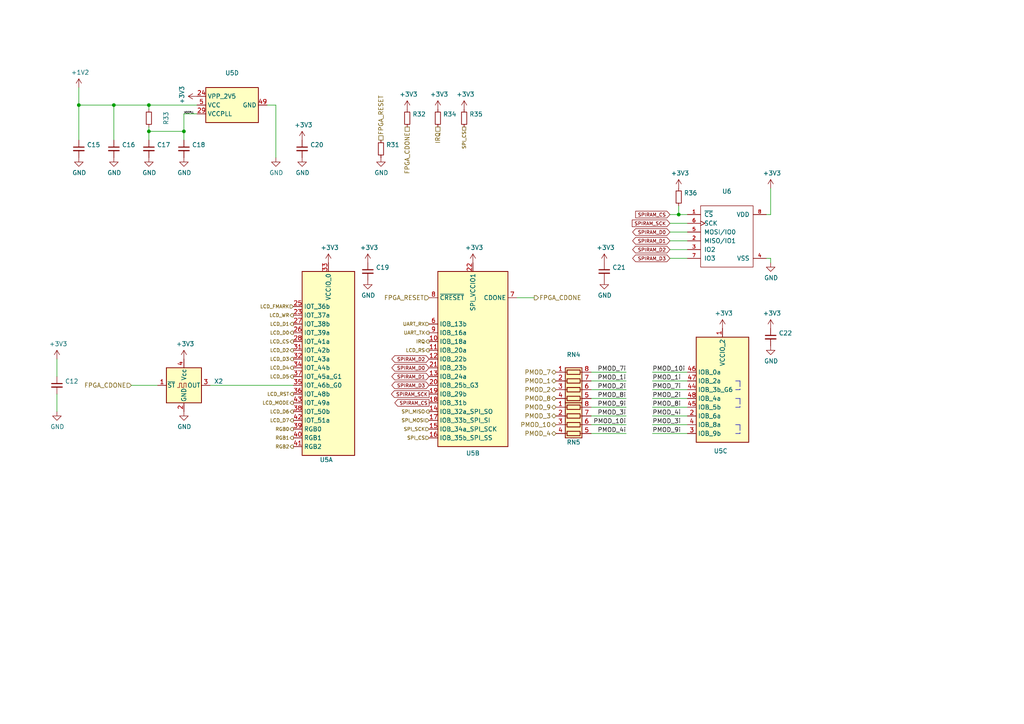
<source format=kicad_sch>
(kicad_sch (version 20211123) (generator eeschema)
  (paper "A4")
  (title_block (title "MCH2022 badge - ICE40 FPGA") (date "2022-03-11") (rev "4") (company "BADGE.TEAM"))
  (lib_symbols
    (symbol "Oscillator:SG-210STF" (pin_names (offset 0.254))
      (property "Reference" "X" (at -5.08 6.35 0))
      (property "Value" "SG-210STF" (at 1.27 -6.35 0))
      (symbol "SG-210STF_0_1"
        (rectangle (start -5.08 5.08) (end 5.08 -5.08) (stroke (width 0.254)) (fill (type background)))
        (polyline (pts (xy -1.905 -0.635) (xy -1.27 -0.635) (xy -1.27 0.635) (xy -0.635 0.635) (xy -0.635 -0.635) (xy 0 -0.635) (xy 0 0.635) (xy 0.635 0.635) (xy 0.635 -0.635)))
      )
      (symbol "SG-210STF_1_1"
        (pin input line (at -7.62 0 0) (length 2.54) (name "~{ST}") (number "1"))
        (pin power_in line (at 0 -7.62 90) (length 2.54) (name "GND") (number "2"))
        (pin output line (at 7.62 0 180) (length 2.54) (name "OUT") (number "3"))
        (pin power_in line (at 0 7.62 270) (length 2.54) (name "Vcc") (number "4"))
      )
    )
    (symbol "mch2021-rescue:+1V2-power" (power) (pin_names (offset 0))
      (property "Value" "+1V2-power" (at 0 3.556 0))
      (symbol "+1V2-power_0_1"
        (polyline (pts (xy -0.762 1.27) (xy 0 2.54)))
        (polyline (pts (xy 0 0) (xy 0 2.54)))
        (polyline (pts (xy 0 2.54) (xy 0.762 1.27)))
      )
      (symbol "+1V2-power_1_1"
        (pin power_in line (at 0 0 90) (length 0) hide (name "+1V2") (number "1"))
      )
    )
    (symbol "mch2021-rescue:+3.3V-power" (power) (pin_names (offset 0))
      (property "Value" "+3.3V-power" (at 0 3.556 0))
      (symbol "+3.3V-power_0_1"
        (polyline (pts (xy -0.762 1.27) (xy 0 2.54)))
        (polyline (pts (xy 0 0) (xy 0 2.54)))
        (polyline (pts (xy 0 2.54) (xy 0.762 1.27)))
      )
      (symbol "+3.3V-power_1_1"
        (pin power_in line (at 0 0 90) (length 0) hide (name "+3V3") (number "1"))
      )
    )
    (symbol "mch2021-rescue:C_Small-Device" (pin_numbers hide) (pin_names (offset 0.254) hide)
      (property "Reference" "C" (at 0.254 1.778 0))
      (property "Value" "C_Small-Device" (at 0.254 -2.032 0))
      (symbol "C_Small-Device_0_1"
        (polyline (pts (xy -1.524 -0.508) (xy 1.524 -0.508)) (stroke (width 0.3302)))
        (polyline (pts (xy -1.524 0.508) (xy 1.524 0.508)) (stroke (width 0.3048)))
      )
      (symbol "C_Small-Device_1_1"
        (pin passive line (at 0 2.54 270) (length 2.032) (name "~") (number "1"))
        (pin passive line (at 0 -2.54 90) (length 2.032) (name "~") (number "2"))
      )
    )
    (symbol "mch2021-rescue:GND-power" (power) (pin_names (offset 0))
      (property "Value" "GND-power" (at 0 -3.81 0))
      (symbol "GND-power_0_1"
        (polyline (pts (xy 0 0) (xy 0 -1.27) (xy 1.27 -1.27) (xy 0 -2.54) (xy -1.27 -1.27) (xy 0 -1.27)))
      )
      (symbol "GND-power_1_1"
        (pin power_in line (at 0 0 270) (length 0) hide (name "GND") (number "1"))
      )
    )
    (symbol "mch2021-rescue:ICE40UP5K-SG48ITR-FPGA_Lattice"
      (property "Reference" "U" (at -8.89 -29.21 0))
      (property "Value" "ICE40UP5K-SG48ITR-FPGA_Lattice" (at 0 -31.75 0))
      (symbol "ICE40UP5K-SG48ITR-FPGA_Lattice_1_1"
        (rectangle (start -7.62 25.4) (end 7.62 -27.94) (stroke (width 0.254)) (fill (type background)))
        (pin bidirectional line (at -10.16 12.7 0) (length 2.54) (name "IOT_37a") (number "23"))
        (pin bidirectional line (at -10.16 15.24 0) (length 2.54) (name "IOT_36b") (number "25"))
        (pin bidirectional line (at -10.16 7.62 0) (length 2.54) (name "IOT_39a") (number "26"))
        (pin bidirectional line (at -10.16 10.16 0) (length 2.54) (name "IOT_38b") (number "27"))
        (pin bidirectional line (at -10.16 5.08 0) (length 2.54) (name "IOT_41a") (number "28"))
        (pin bidirectional line (at -10.16 2.54 0) (length 2.54) (name "IOT_42b") (number "31"))
        (pin bidirectional line (at -10.16 0 0) (length 2.54) (name "IOT_43a") (number "32"))
        (pin power_in line (at 0 27.94 270) (length 2.54) (name "VCCIO_0") (number "33"))
        (pin bidirectional line (at -10.16 -2.54 0) (length 2.54) (name "IOT_44b") (number "34"))
        (pin bidirectional line (at -10.16 -7.62 0) (length 2.54) (name "IOT_46b_G0") (number "35"))
        (pin bidirectional line (at -10.16 -10.16 0) (length 2.54) (name "IOT_48b") (number "36"))
        (pin bidirectional line (at -10.16 -5.08 0) (length 2.54) (name "IOT_45a_G1") (number "37"))
        (pin bidirectional line (at -10.16 -15.24 0) (length 2.54) (name "IOT_50b") (number "38"))
        (pin open_collector line (at -10.16 -20.32 0) (length 2.54) (name "RGB0") (number "39"))
        (pin open_collector line (at -10.16 -22.86 0) (length 2.54) (name "RGB1") (number "40"))
        (pin open_collector line (at -10.16 -25.4 0) (length 2.54) (name "RGB2") (number "41"))
        (pin bidirectional line (at -10.16 -17.78 0) (length 2.54) (name "IOT_51a") (number "42"))
        (pin bidirectional line (at -10.16 -12.7 0) (length 2.54) (name "IOT_49a") (number "43"))
      )
      (symbol "ICE40UP5K-SG48ITR-FPGA_Lattice_2_1"
        (rectangle (start -10.16 25.4) (end 10.16 -25.4) (stroke (width 0.254)) (fill (type background)))
        (pin bidirectional line (at -12.7 5.08 0) (length 2.54) (name "IOB_18a") (number "10"))
        (pin bidirectional line (at -12.7 2.54 0) (length 2.54) (name "IOB_20a") (number "11"))
        (pin bidirectional line (at -12.7 0 0) (length 2.54) (name "IOB_22b") (number "12"))
        (pin bidirectional line (at -12.7 -5.08 0) (length 2.54) (name "IOB_24a") (number "13"))
        (pin bidirectional line (at -12.7 -15.24 0) (length 2.54) (name "IOB_32a_SPI_SO") (number "14"))
        (pin bidirectional line (at -12.7 -20.32 0) (length 2.54) (name "IOB_34a_SPI_SCK") (number "15"))
        (pin bidirectional line (at -12.7 -22.86 0) (length 2.54) (name "IOB_35b_SPI_SS") (number "16"))
        (pin bidirectional line (at -12.7 -17.78 0) (length 2.54) (name "IOB_33b_SPI_SI") (number "17"))
        (pin bidirectional line (at -12.7 -12.7 0) (length 2.54) (name "IOB_31b") (number "18"))
        (pin bidirectional line (at -12.7 -10.16 0) (length 2.54) (name "IOB_29b") (number "19"))
        (pin bidirectional line (at -12.7 -7.62 0) (length 2.54) (name "IOB_25b_G3") (number "20"))
        (pin bidirectional line (at -12.7 -2.54 0) (length 2.54) (name "IOB_23b") (number "21"))
        (pin power_in line (at 0 27.94 270) (length 2.54) (name "SPI_VCCIO1") (number "22"))
        (pin bidirectional line (at -12.7 10.16 0) (length 2.54) (name "IOB_13b") (number "6"))
        (pin open_collector line (at 12.7 17.78 180) (length 2.54) (name "CDONE") (number "7"))
        (pin input line (at -12.7 17.78 0) (length 2.54) (name "~{CRESET}") (number "8"))
        (pin bidirectional line (at -12.7 7.62 0) (length 2.54) (name "IOB_16a") (number "9"))
      )
      (symbol "ICE40UP5K-SG48ITR-FPGA_Lattice_3_1"
        (rectangle (start -7.62 15.24) (end 7.62 -15.24) (stroke (width 0.254)) (fill (type background)))
        (pin power_in line (at 0 17.78 270) (length 2.54) (name "VCCIO_2") (number "1"))
        (pin bidirectional line (at -10.16 -7.62 0) (length 2.54) (name "IOB_6a") (number "2"))
        (pin bidirectional line (at -10.16 -12.7 0) (length 2.54) (name "IOB_9b") (number "3"))
        (pin bidirectional line (at -10.16 -10.16 0) (length 2.54) (name "IOB_8a") (number "4"))
        (pin bidirectional line (at -10.16 0 0) (length 2.54) (name "IOB_3b_G6") (number "44"))
        (pin bidirectional line (at -10.16 -5.08 0) (length 2.54) (name "IOB_5b") (number "45"))
        (pin bidirectional line (at -10.16 5.08 0) (length 2.54) (name "IOB_0a") (number "46"))
        (pin bidirectional line (at -10.16 2.54 0) (length 2.54) (name "IOB_2a") (number "47"))
        (pin bidirectional line (at -10.16 -2.54 0) (length 2.54) (name "IOB_4a") (number "48"))
      )
      (symbol "ICE40UP5K-SG48ITR-FPGA_Lattice_4_1"
        (rectangle (start -5.08 7.62) (end 5.08 -7.62) (stroke (width 0.254)) (fill (type background)))
        (pin power_in line (at -2.54 10.16 270) (length 2.54) (name "VPP_2V5") (number "24"))
        (pin power_out line (at 2.54 10.16 270) (length 2.54) (name "VCCPLL") (number "29"))
        (pin passive line (at 0 10.16 270) (length 2.54) hide (name "VCC") (number "30"))
        (pin power_in line (at 0 -10.16 90) (length 2.54) (name "GND") (number "49"))
        (pin power_in line (at 0 10.16 270) (length 2.54) (name "VCC") (number "5"))
      )
    )
    (symbol "mch2021-rescue:R_Pack04-Device" (pin_names (offset 0) hide)
      (property "Reference" "RN" (at -7.62 0 90))
      (property "Value" "R_Pack04-Device" (at 5.08 0 90))
      (symbol "R_Pack04-Device_0_1"
        (rectangle (start -6.35 -2.413) (end 3.81 2.413) (stroke (width 0.254)) (fill (type background)))
        (rectangle (start -5.715 1.905) (end -4.445 -1.905) (stroke (width 0.254)))
        (rectangle (start -3.175 1.905) (end -1.905 -1.905) (stroke (width 0.254)))
        (rectangle (start -0.635 1.905) (end 0.635 -1.905) (stroke (width 0.254)))
        (polyline (pts (xy -5.08 -2.54) (xy -5.08 -1.905)))
        (polyline (pts (xy -5.08 1.905) (xy -5.08 2.54)))
        (polyline (pts (xy -2.54 -2.54) (xy -2.54 -1.905)))
        (polyline (pts (xy -2.54 1.905) (xy -2.54 2.54)))
        (polyline (pts (xy 0 -2.54) (xy 0 -1.905)))
        (polyline (pts (xy 0 1.905) (xy 0 2.54)))
        (polyline (pts (xy 2.54 -2.54) (xy 2.54 -1.905)))
        (polyline (pts (xy 2.54 1.905) (xy 2.54 2.54)))
        (rectangle (start 1.905 1.905) (end 3.175 -1.905) (stroke (width 0.254)))
      )
      (symbol "R_Pack04-Device_1_1"
        (pin passive line (at -5.08 -5.08 90) (length 2.54) (name "R1.1") (number "1"))
        (pin passive line (at -2.54 -5.08 90) (length 2.54) (name "R2.1") (number "2"))
        (pin passive line (at 0 -5.08 90) (length 2.54) (name "R3.1") (number "3"))
        (pin passive line (at 2.54 -5.08 90) (length 2.54) (name "R4.1") (number "4"))
        (pin passive line (at 2.54 5.08 270) (length 2.54) (name "R4.2") (number "5"))
        (pin passive line (at 0 5.08 270) (length 2.54) (name "R3.2") (number "6"))
        (pin passive line (at -2.54 5.08 270) (length 2.54) (name "R2.2") (number "7"))
        (pin passive line (at -5.08 5.08 270) (length 2.54) (name "R1.2") (number "8"))
      )
    )
    (symbol "mch2021-rescue:R_Small-Device" (pin_numbers hide) (pin_names (offset 0.254) hide)
      (property "Reference" "R" (at 0.762 0.508 0))
      (property "Value" "R_Small-Device" (at 0.762 -1.016 0))
      (symbol "R_Small-Device_0_1"
        (rectangle (start -0.762 1.778) (end 0.762 -1.778) (stroke (width 0.2032)))
      )
      (symbol "R_Small-Device_1_1"
        (pin passive line (at 0 2.54 270) (length 0.762) (name "~") (number "1"))
        (pin passive line (at 0 -2.54 90) (length 0.762) (name "~") (number "2"))
      )
    )
    (symbol "mch2021-rescue:SPIFLASH_QSPI-spiflash" (pin_names (offset 1.016))
      (property "Reference" "U" (at 0 12.7 0))
      (property "Value" "SPIFLASH_QSPI-spiflash" (at 0 10.16 0))
      (symbol "SPIFLASH_QSPI-spiflash_0_1"
        (rectangle (start -7.62 8.89) (end 7.62 -8.89))
      )
      (symbol "SPIFLASH_QSPI-spiflash_1_1"
        (pin input line (at -11.43 6.35 0) (length 3.81) (name "~{CS}") (number "1"))
        (pin tri_state line (at -11.43 -1.27 0) (length 3.81) (name "MISO/IO1") (number "2"))
        (pin tri_state line (at -11.43 -3.81 0) (length 3.81) (name "IO2") (number "3"))
        (pin power_in line (at 11.43 -6.35 180) (length 3.81) (name "VSS") (number "4"))
        (pin tri_state line (at -11.43 1.27 0) (length 3.81) (name "MOSI/IO0") (number "5"))
        (pin input clock (at -11.43 3.81 0) (length 3.81) (name "SCK") (number "6"))
        (pin tri_state line (at -11.43 -6.35 0) (length 3.81) (name "IO3") (number "7"))
        (pin power_in line (at 11.43 6.35 180) (length 3.81) (name "VDD") (number "8"))
      )
    )
  )
  (junction (at 22.86 30.48))
  (junction (at 43.18 30.48))
  (junction (at 43.18 38.1))
  (junction (at 196.85 62.23))
  (junction (at 53.34 38.1))
  (junction (at 33.02 30.48))
  (wire (pts (xy 149.86 86.36) (xy 154.94 86.36)))
  (wire (pts (xy 196.85 62.23) (xy 196.85 59.69)))
  (polyline (pts (xy 214.63 123.19) (xy 214.63 125.73)))
  (wire (pts (xy 194.31 67.31) (xy 199.39 67.31)))
  (wire (pts (xy 80.01 30.48) (xy 77.47 30.48)))
  (wire (pts (xy 194.31 72.39) (xy 199.39 72.39)))
  (polyline (pts (xy 214.63 115.57) (xy 214.63 118.11)))
  (wire (pts (xy 199.39 64.77) (xy 194.31 64.77)))
  (wire (pts (xy 85.09 111.76) (xy 60.96 111.76)))
  (wire (pts (xy 199.39 120.65) (xy 189.23 120.65)))
  (wire (pts (xy 43.18 36.83) (xy 43.18 38.1)))
  (wire (pts (xy 80.01 45.72) (xy 80.01 30.48)))
  (wire (pts (xy 199.39 74.93) (xy 194.31 74.93)))
  (wire (pts (xy 33.02 30.48) (xy 33.02 40.64)))
  (wire (pts (xy 53.34 33.02) (xy 53.34 38.1)))
  (polyline (pts (xy 214.63 125.73) (xy 213.36 125.73)))
  (wire (pts (xy 171.45 115.57) (xy 181.61 115.57)))
  (wire (pts (xy 222.25 74.93) (xy 223.52 74.93)))
  (wire (pts (xy 171.45 118.11) (xy 181.61 118.11)))
  (wire (pts (xy 171.45 123.19) (xy 181.61 123.19)))
  (wire (pts (xy 22.86 40.64) (xy 22.86 30.48)))
  (wire (pts (xy 223.52 74.93) (xy 223.52 76.2)))
  (wire (pts (xy 199.39 62.23) (xy 196.85 62.23)))
  (wire (pts (xy 196.85 62.23) (xy 194.31 62.23)))
  (wire (pts (xy 171.45 110.49) (xy 181.61 110.49)))
  (wire (pts (xy 22.86 30.48) (xy 22.86 25.4)))
  (wire (pts (xy 199.39 107.95) (xy 189.23 107.95)))
  (wire (pts (xy 171.45 113.03) (xy 181.61 113.03)))
  (wire (pts (xy 171.45 120.65) (xy 181.61 120.65)))
  (wire (pts (xy 16.51 114.3) (xy 16.51 119.38)))
  (polyline (pts (xy 213.36 123.19) (xy 214.63 123.19)))
  (polyline (pts (xy 213.36 110.49) (xy 214.63 110.49)))
  (polyline (pts (xy 214.63 113.03) (xy 213.36 113.03)))
  (polyline (pts (xy 213.36 115.57) (xy 214.63 115.57)))
  (wire (pts (xy 199.39 115.57) (xy 189.23 115.57)))
  (wire (pts (xy 22.86 30.48) (xy 33.02 30.48)))
  (wire (pts (xy 171.45 125.73) (xy 181.61 125.73)))
  (wire (pts (xy 199.39 110.49) (xy 189.23 110.49)))
  (wire (pts (xy 222.25 62.23) (xy 223.52 62.23)))
  (polyline (pts (xy 214.63 110.49) (xy 214.63 113.03)))
  (wire (pts (xy 199.39 113.03) (xy 189.23 113.03)))
  (wire (pts (xy 171.45 107.95) (xy 181.61 107.95)))
  (wire (pts (xy 16.51 109.22) (xy 16.51 104.14)))
  (wire (pts (xy 223.52 54.61) (xy 223.52 62.23)))
  (wire (pts (xy 43.18 30.48) (xy 33.02 30.48)))
  (wire (pts (xy 38.1 111.76) (xy 45.72 111.76)))
  (wire (pts (xy 43.18 38.1) (xy 43.18 40.64)))
  (polyline (pts (xy 214.63 118.11) (xy 213.36 118.11)))
  (wire (pts (xy 199.39 125.73) (xy 189.23 125.73)))
  (wire (pts (xy 57.15 30.48) (xy 43.18 30.48)))
  (wire (pts (xy 57.15 33.02) (xy 53.34 33.02)))
  (wire (pts (xy 53.34 38.1) (xy 43.18 38.1)))
  (wire (pts (xy 53.34 40.64) (xy 53.34 38.1)))
  (wire (pts (xy 199.39 118.11) (xy 189.23 118.11)))
  (wire (pts (xy 199.39 123.19) (xy 189.23 123.19)))
  (wire (pts (xy 43.18 31.75) (xy 43.18 30.48)))
  (wire (pts (xy 199.39 69.85) (xy 194.31 69.85)))
  (label "PMOD_7i" (at 181.61 107.95 180))
  (label "PMOD_10i" (at 181.61 123.19 180))
  (label "VCCPLL" (at 53.34 33.02 0) (effects (font (size 0.508 0.508))))
  (label "PMOD_8i" (at 189.23 118.11 0))
  (label "PMOD_4i" (at 181.61 125.73 180))
  (label "PMOD_4i" (at 189.23 120.65 0))
  (label "PMOD_2i" (at 189.23 115.57 0))
  (label "PMOD_1i" (at 189.23 110.49 0))
  (label "PMOD_3i" (at 181.61 120.65 180))
  (label "PMOD_2i" (at 181.61 113.03 180))
  (label "PMOD_10i" (at 189.23 107.95 0))
  (label "PMOD_1i" (at 181.61 110.49 180))
  (label "PMOD_9i" (at 181.61 118.11 180))
  (label "PMOD_9i" (at 189.23 125.73 0))
  (label "PMOD_3i" (at 189.23 123.19 0))
  (label "PMOD_7i" (at 189.23 113.03 0))
  (label "PMOD_8i" (at 181.61 115.57 180))
  (global_label "SPIRAM_CS" (shape input) (at 194.31 62.23 180) (effects (font (size 0.9906 0.9906))) (property "Intersheet References" "${INTERSHEET_REFS}" (effects hide)))
  (global_label "SPIRAM_D0" (shape tri_state) (at 124.46 106.68 180) (effects (font (size 0.9906 0.9906))) (property "Intersheet References" "${INTERSHEET_REFS}" (effects hide)))
  (global_label "SPIRAM_D3" (shape tri_state) (at 124.46 111.76 180) (effects (font (size 0.9906 0.9906))) (property "Intersheet References" "${INTERSHEET_REFS}" (effects hide)))
  (global_label "SPIRAM_CS" (shape output) (at 124.46 116.84 180) (effects (font (size 0.9906 0.9906))) (property "Intersheet References" "${INTERSHEET_REFS}" (effects hide)))
  (global_label "SPIRAM_SCK" (shape input) (at 194.31 64.77 180) (effects (font (size 0.9906 0.9906))) (property "Intersheet References" "${INTERSHEET_REFS}" (effects hide)))
  (global_label "SPIRAM_D2" (shape tri_state) (at 194.31 72.39 180) (effects (font (size 0.9906 0.9906))) (property "Intersheet References" "${INTERSHEET_REFS}" (effects hide)))
  (global_label "SPIRAM_D1" (shape tri_state) (at 194.31 69.85 180) (effects (font (size 0.9906 0.9906))) (property "Intersheet References" "${INTERSHEET_REFS}" (effects hide)))
  (global_label "SPIRAM_D2" (shape tri_state) (at 124.46 104.14 180) (effects (font (size 0.9906 0.9906))) (property "Intersheet References" "${INTERSHEET_REFS}" (effects hide)))
  (global_label "SPIRAM_D3" (shape tri_state) (at 194.31 74.93 180) (effects (font (size 0.9906 0.9906))) (property "Intersheet References" "${INTERSHEET_REFS}" (effects hide)))
  (global_label "SPIRAM_D0" (shape tri_state) (at 194.31 67.31 180) (effects (font (size 0.9906 0.9906))) (property "Intersheet References" "${INTERSHEET_REFS}" (effects hide)))
  (global_label "SPIRAM_D1" (shape tri_state) (at 124.46 109.22 180) (effects (font (size 0.9906 0.9906))) (property "Intersheet References" "${INTERSHEET_REFS}" (effects hide)))
  (global_label "SPIRAM_SCK" (shape output) (at 124.46 114.3 180) (effects (font (size 0.9906 0.9906))) (property "Intersheet References" "${INTERSHEET_REFS}" (effects hide)))
  (hierarchical_label "FPGA_RESET" (shape passive) (at 110.49 40.64 90))
  (hierarchical_label "PMOD_2" (shape bidirectional) (at 161.29 113.03 180))
  (hierarchical_label "PMOD_4" (shape bidirectional) (at 161.29 125.73 180))
  (hierarchical_label "LCD_RST" (shape output) (at 85.09 114.3 180) (effects (font (size 1 1))))
  (hierarchical_label "LCD_D4" (shape output) (at 85.09 106.68 180) (effects (font (size 0.9906 0.9906))))
  (hierarchical_label "LCD_D0" (shape output) (at 85.09 96.52 180) (effects (font (size 0.9906 0.9906))))
  (hierarchical_label "RGB2" (shape output) (at 85.09 129.54 180) (effects (font (size 0.9906 0.9906))))
  (hierarchical_label "PMOD_3" (shape bidirectional) (at 161.29 120.65 180))
  (hierarchical_label "LCD_MODE" (shape output) (at 85.09 116.84 180) (effects (font (size 1 1))))
  (hierarchical_label "LCD_D1" (shape output) (at 85.09 93.98 180) (effects (font (size 0.9906 0.9906))))
  (hierarchical_label "PMOD_7" (shape bidirectional) (at 161.29 107.95 180))
  (hierarchical_label "SPI_MISO" (shape output) (at 124.46 119.38 180) (effects (font (size 0.9906 0.9906))))
  (hierarchical_label "SPI_SCK" (shape input) (at 124.46 124.46 180) (effects (font (size 0.9906 0.9906))))
  (hierarchical_label "LCD_D7" (shape output) (at 85.09 121.92 180) (effects (font (size 0.9906 0.9906))))
  (hierarchical_label "IRQ" (shape passive) (at 127 36.83 270))
  (hierarchical_label "SPI_MOSI" (shape input) (at 124.46 121.92 180) (effects (font (size 0.9906 0.9906))))
  (hierarchical_label "LCD_WR" (shape output) (at 85.09 91.44 180) (effects (font (size 0.9906 0.9906))))
  (hierarchical_label "PMOD_10" (shape bidirectional) (at 161.29 123.19 180))
  (hierarchical_label "RGB0" (shape output) (at 85.09 124.46 180) (effects (font (size 0.9906 0.9906))))
  (hierarchical_label "FPGA_RESET" (shape input) (at 124.46 86.36 180))
  (hierarchical_label "UART_TX" (shape output) (at 124.46 96.52 180) (effects (font (size 0.9906 0.9906))))
  (hierarchical_label "UART_RX" (shape input) (at 124.46 93.98 180) (effects (font (size 0.9906 0.9906))))
  (hierarchical_label "LCD_D3" (shape output) (at 85.09 104.14 180) (effects (font (size 0.9906 0.9906))))
  (hierarchical_label "LCD_FMARK" (shape input) (at 85.09 88.9 180) (effects (font (size 0.9906 0.9906))))
  (hierarchical_label "LCD_D6" (shape output) (at 85.09 119.38 180) (effects (font (size 0.9906 0.9906))))
  (hierarchical_label "PMOD_8" (shape bidirectional) (at 161.29 115.57 180))
  (hierarchical_label "LCD_D2" (shape output) (at 85.09 101.6 180) (effects (font (size 0.9906 0.9906))))
  (hierarchical_label "FPGA_CDONE" (shape input) (at 38.1 111.76 180))
  (hierarchical_label "LCD_CS" (shape output) (at 85.09 99.06 180) (effects (font (size 1 1))))
  (hierarchical_label "PMOD_9" (shape bidirectional) (at 161.29 118.11 180))
  (hierarchical_label "RGB1" (shape output) (at 85.09 127 180) (effects (font (size 0.9906 0.9906))))
  (hierarchical_label "LCD_RS" (shape output) (at 124.46 101.6 180) (effects (font (size 0.9906 0.9906))))
  (hierarchical_label "FPGA_CDONE" (shape output) (at 154.94 86.36 0))
  (hierarchical_label "IRQ" (shape output) (at 124.46 99.06 180) (effects (font (size 0.9906 0.9906))))
  (hierarchical_label "FPGA_CDONE" (shape passive) (at 118.11 36.83 270))
  (hierarchical_label "PMOD_1" (shape bidirectional) (at 161.29 110.49 180))
  (hierarchical_label "SPI_CS" (shape input) (at 124.46 127 180) (effects (font (size 0.9906 0.9906))))
  (hierarchical_label "SPI_CS" (shape passive) (at 134.62 36.83 270) (effects (font (size 0.9906 0.9906))))
  (hierarchical_label "LCD_D5" (shape output) (at 85.09 109.22 180) (effects (font (size 0.9906 0.9906))))
  (symbol (lib_id "mch2021-rescue:+3.3V-power") (at 209.55 95.25 0) (unit 1)
    (property "Reference" "#PWR094" (effects hide))
    (property "Value" "+3.3V" (at 209.931 90.8558 0))
  )
  (symbol (lib_id "mch2021-rescue:SPIFLASH_QSPI-spiflash") (at 210.82 68.58 0) (unit 1)
    (property "Reference" "U6" (at 210.82 55.499 0))
    (property "Datasheet" "https://www.espressif.com/sites/default/files/documentation/esp-psram64_esp-psram64h_datasheet_en.pdf" (effects hide))
    (property "Mouser" "-" (effects hide))
    (property "Sponsored" "Y" (effects hide))
    (property "Category" "ICs" (effects hide))
    (property "Buy early" "N" (effects hide))
    (property "Description" "Sponsored part" (effects hide))
    (property "Manufacturer" "Espressif Systems" (effects hide))
  )
  (symbol (lib_id "mch2021-rescue:GND-power") (at 223.52 76.2 0) (unit 1)
    (property "Reference" "#PWR099" (effects hide))
    (property "Value" "GND" (at 223.647 80.5942 0))
  )
  (symbol (lib_id "mch2021-rescue:R_Small-Device") (at 196.85 57.15 0) (unit 1)
    (property "Reference" "R36" (at 198.3486 55.9816 0) (effects (justify left)))
    (property "Mouser" "-" (effects hide))
    (property "Sponsored" "N" (effects hide))
    (property "MANUFACTURER" "YAGEO" (effects hide))
    (property "Category" "Resistors" (effects hide))
    (property "Buy early" "Y" (effects hide))
    (property "Description" "Generic part" (effects hide))
  )
  (symbol (lib_id "mch2021-rescue:+3.3V-power") (at 196.85 54.61 0) (unit 1)
    (property "Reference" "#PWR095" (effects hide))
    (property "Value" "+3.3V" (at 197.231 50.2158 0))
  )
  (symbol (lib_id "mch2021-rescue:+3.3V-power") (at 223.52 54.61 0) (unit 1)
    (property "Reference" "#PWR098" (effects hide))
    (property "Value" "+3.3V" (at 223.901 50.2158 0))
  )
  (symbol (lib_id "mch2021-rescue:C_Small-Device") (at 175.26 78.74 0) (unit 1)
    (property "Reference" "C21" (at 177.5968 77.5716 0) (effects (justify left)))
    (property "Mouser" "-" (effects hide))
    (property "Sponsored" "N" (effects hide))
    (property "Category" "Capacitors" (effects hide))
    (property "Description" "Generic part" (effects hide))
    (property "Buy early" "Y" (effects hide))
  )
  (symbol (lib_id "mch2021-rescue:GND-power") (at 175.26 81.28 0) (unit 1)
    (property "Reference" "#PWR093" (effects hide))
    (property "Value" "GND" (at 175.387 85.6742 0))
  )
  (symbol (lib_id "mch2021-rescue:+3.3V-power") (at 175.26 76.2 0) (unit 1)
    (property "Reference" "#PWR092" (effects hide))
    (property "Value" "+3.3V" (at 175.641 71.8058 0))
  )
  (symbol (lib_id "mch2021-rescue:C_Small-Device") (at 223.52 97.79 0) (unit 1)
    (property "Reference" "C22" (at 225.8568 96.6216 0) (effects (justify left)))
    (property "Mouser" "-" (effects hide))
    (property "Sponsored" "N" (effects hide))
    (property "Category" "Capacitors" (effects hide))
    (property "Description" "Generic part" (effects hide))
    (property "Buy early" "Y" (effects hide))
  )
  (symbol (lib_id "mch2021-rescue:GND-power") (at 223.52 100.33 0) (unit 1)
    (property "Reference" "#PWR097" (effects hide))
    (property "Value" "GND" (at 223.647 104.7242 0))
  )
  (symbol (lib_id "mch2021-rescue:+3.3V-power") (at 223.52 95.25 0) (unit 1)
    (property "Reference" "#PWR096" (effects hide))
    (property "Value" "+3.3V" (at 223.901 90.8558 0))
  )
  (symbol (lib_id "mch2021-rescue:C_Small-Device") (at 87.63 43.18 0) (unit 1)
    (property "Reference" "C20" (at 89.9668 42.0116 0) (effects (justify left)))
    (property "Mouser" "-" (effects hide))
    (property "Sponsored" "N" (effects hide))
    (property "Category" "Capacitors" (effects hide))
    (property "Description" "Generic part" (effects hide))
    (property "Buy early" "Y" (effects hide))
  )
  (symbol (lib_id "mch2021-rescue:GND-power") (at 87.63 45.72 0) (unit 1)
    (property "Reference" "#PWR090" (effects hide))
    (property "Value" "GND" (at 87.757 50.1142 0))
  )
  (symbol (lib_id "mch2021-rescue:+3.3V-power") (at 87.63 40.64 0) (unit 1)
    (property "Reference" "#PWR089" (effects hide))
    (property "Value" "+3.3V" (at 88.011 36.2458 0))
  )
  (symbol (lib_id "mch2021-rescue:C_Small-Device") (at 106.68 78.74 0) (unit 1)
    (property "Reference" "C19" (at 109.0168 77.5716 0) (effects (justify left)))
    (property "Mouser" "-" (effects hide))
    (property "Sponsored" "N" (effects hide))
    (property "Category" "Capacitors" (effects hide))
    (property "Description" "Generic part" (effects hide))
    (property "Buy early" "Y" (effects hide))
  )
  (symbol (lib_id "mch2021-rescue:GND-power") (at 106.68 81.28 0) (unit 1)
    (property "Reference" "#PWR087" (effects hide))
    (property "Value" "GND" (at 106.807 85.6742 0))
  )
  (symbol (lib_id "mch2021-rescue:+3.3V-power") (at 106.68 76.2 0) (unit 1)
    (property "Reference" "#PWR086" (effects hide))
    (property "Value" "+3.3V" (at 107.061 71.8058 0))
  )
  (symbol (lib_id "mch2021-rescue:C_Small-Device") (at 22.86 43.18 0) (unit 1)
    (property "Reference" "C15" (at 25.1968 42.0116 0) (effects (justify left)))
    (property "Mouser" "-" (effects hide))
    (property "Sponsored" "N" (effects hide))
    (property "Category" "Capacitors" (effects hide))
    (property "Description" "Generic part" (effects hide))
    (property "Buy early" "Y" (effects hide))
  )
  (symbol (lib_id "mch2021-rescue:GND-power") (at 22.86 45.72 0) (unit 1)
    (property "Reference" "#PWR076" (effects hide))
    (property "Value" "GND" (at 22.987 50.1142 0))
  )
  (symbol (lib_id "mch2021-rescue:R_Small-Device") (at 134.62 34.29 0) (unit 1)
    (property "Reference" "R35" (at 136.1186 33.1216 0) (effects (justify left)))
    (property "Mouser" "-" (effects hide))
    (property "Sponsored" "N" (effects hide))
    (property "MANUFACTURER" "YAGEO" (effects hide))
    (property "Category" "Resistors" (effects hide))
    (property "Buy early" "Y" (effects hide))
    (property "Description" "Generic part" (effects hide))
  )
  (symbol (lib_id "mch2021-rescue:ICE40UP5K-SG48ITR-FPGA_Lattice") (at 95.25 104.14 0) (unit 1)
    (property "Reference" "U5" (at 92.71 133.35 0) (effects (justify left)))
    (property "Datasheet" "http://www.latticesemi.com/Products/FPGAandCPLD/iCE40Ultra" (effects hide))
    (property "Mouser" "842-40UP5KSG48ITR" (effects hide))
    (property "Sponsored" "Y" (effects hide))
    (property "Category" "ICs" (effects hide))
    (property "Description" "Sponsored part" (effects hide))
    (property "Buy early" "N" (effects hide))
    (property "Manufacturer" "Lattice" (effects hide))
  )
  (symbol (lib_id "mch2021-rescue:ICE40UP5K-SG48ITR-FPGA_Lattice") (at 137.16 104.14 0) (unit 2)
    (property "Reference" "U5" (at 137.16 131.445 0))
    (property "Datasheet" "http://www.latticesemi.com/Products/FPGAandCPLD/iCE40Ultra" (effects hide))
    (property "Mouser" "842-40UP5KSG48ITR" (effects hide))
    (property "Sponsored" "Y" (effects hide))
    (property "Category" "ICs" (effects hide))
    (property "Description" "Sponsored part" (effects hide))
    (property "Buy early" "N" (effects hide))
    (property "Manufacturer" "Lattice" (effects hide))
  )
  (symbol (lib_id "mch2021-rescue:ICE40UP5K-SG48ITR-FPGA_Lattice") (at 209.55 113.03 0) (unit 3)
    (property "Reference" "U5" (at 207.01 130.81 0) (effects (justify left)))
    (property "Datasheet" "http://www.latticesemi.com/Products/FPGAandCPLD/iCE40Ultra" (effects hide))
    (property "Mouser" "842-40UP5KSG48ITR" (effects hide))
    (property "Sponsored" "Y" (effects hide))
    (property "Category" "ICs" (effects hide))
    (property "Description" "Sponsored part" (effects hide))
    (property "Buy early" "N" (effects hide))
    (property "Manufacturer" "Lattice" (effects hide))
  )
  (symbol (lib_id "mch2021-rescue:ICE40UP5K-SG48ITR-FPGA_Lattice") (at 67.31 30.48 90) (mirror x) (unit 4)
    (property "Reference" "U5" (at 67.31 21.1582 90))
    (property "Datasheet" "http://www.latticesemi.com/Products/FPGAandCPLD/iCE40Ultra" (effects hide))
    (property "Mouser" "842-40UP5KSG48ITR" (effects hide))
    (property "Sponsored" "Y" (effects hide))
    (property "Category" "ICs" (effects hide))
    (property "Description" "Sponsored part" (effects hide))
    (property "Buy early" "N" (effects hide))
    (property "Manufacturer" "Lattice" (effects hide))
  )
  (symbol (lib_id "mch2021-rescue:R_Small-Device") (at 43.18 34.29 0) (unit 1)
    (property "Reference" "R33" (at 48.1584 34.29 90))
    (property "Mouser" "-" (effects hide))
    (property "Sponsored" "N" (effects hide))
    (property "MANUFACTURER" "UNI-ROYAL" (effects hide))
    (property "Category" "Resistors" (effects hide))
    (property "Buy early" "Y" (effects hide))
    (property "Description" "Generic part" (effects hide))
  )
  (symbol (lib_id "mch2021-rescue:R_Small-Device") (at 127 34.29 0) (unit 1)
    (property "Reference" "R34" (at 128.4986 33.1216 0) (effects (justify left)))
    (property "LCSC" "C25940" (effects hide))
    (property "Mouser" "-" (effects hide))
    (property "Sponsored" "N" (effects hide))
    (property "MANUFACTURER" "UNI-ROYAL" (effects hide))
    (property "MPN" "0402WGJ0472TCE" (effects hide))
    (property "Category" "Resistors" (effects hide))
    (property "Buy early" "Y" (effects hide))
    (property "Description" "Generic part" (effects hide))
    (property "Manufacturer" "Uni-royal" (effects hide))
  )
  (symbol (lib_id "mch2021-rescue:+3.3V-power") (at 127 31.75 0) (unit 1)
    (property "Reference" "#PWR081" (effects hide))
    (property "Value" "+3.3V" (at 127.381 27.3558 0))
  )
  (symbol (lib_id "mch2021-rescue:C_Small-Device") (at 33.02 43.18 0) (unit 1)
    (property "Reference" "C16" (at 35.3568 42.0116 0) (effects (justify left)))
    (property "Mouser" "-" (effects hide))
    (property "Sponsored" "N" (effects hide))
    (property "Category" "Capacitors" (effects hide))
    (property "Description" "Generic part" (effects hide))
    (property "Buy early" "Y" (effects hide))
  )
  (symbol (lib_id "mch2021-rescue:C_Small-Device") (at 43.18 43.18 0) (unit 1)
    (property "Reference" "C17" (at 45.5168 42.0116 0) (effects (justify left)))
    (property "Sponsored" "N" (effects hide))
    (property "Category" "Capacitors" (effects hide))
    (property "Description" "Generic part" (effects hide))
    (property "Buy early" "Y" (effects hide))
  )
  (symbol (lib_id "mch2021-rescue:C_Small-Device") (at 53.34 43.18 0) (unit 1)
    (property "Reference" "C18" (at 55.6768 42.0116 0) (effects (justify left)))
    (property "Mouser" "-" (effects hide))
    (property "Sponsored" "N" (effects hide))
    (property "Category" "Capacitors" (effects hide))
    (property "Description" "Generic part" (effects hide))
    (property "Buy early" "Y" (effects hide))
  )
  (symbol (lib_id "mch2021-rescue:GND-power") (at 53.34 45.72 0) (unit 1)
    (property "Reference" "#PWR084" (effects hide))
    (property "Value" "GND" (at 53.467 50.1142 0))
  )
  (symbol (lib_id "mch2021-rescue:GND-power") (at 43.18 45.72 0) (unit 1)
    (property "Reference" "#PWR080" (effects hide))
    (property "Value" "GND" (at 43.307 50.1142 0))
  )
  (symbol (lib_id "mch2021-rescue:GND-power") (at 33.02 45.72 0) (unit 1)
    (property "Reference" "#PWR078" (effects hide))
    (property "Value" "GND" (at 33.147 50.1142 0))
  )
  (symbol (lib_id "mch2021-rescue:+1V2-power") (at 22.86 25.4 0) (unit 1)
    (property "Reference" "#PWR075" (effects hide))
    (property "Value" "+1V2" (at 23.241 21.0058 0))
  )
  (symbol (lib_id "mch2021-rescue:GND-power") (at 80.01 45.72 0) (unit 1)
    (property "Reference" "#PWR088" (effects hide))
    (property "Value" "GND" (at 80.137 50.1142 0))
  )
  (symbol (lib_id "mch2021-rescue:+3.3V-power") (at 137.16 76.2 0) (unit 1)
    (property "Reference" "#PWR091" (effects hide))
    (property "Value" "+3.3V" (at 137.541 71.8058 0))
  )
  (symbol (lib_id "mch2021-rescue:GND-power") (at 110.49 45.72 0) (unit 1)
    (property "Reference" "#PWR077" (effects hide))
    (property "Value" "GND" (at 110.617 50.1142 0))
  )
  (symbol (lib_id "mch2021-rescue:R_Small-Device") (at 110.49 43.18 0) (unit 1)
    (property "Reference" "R31" (at 111.9886 42.0116 0) (effects (justify left)))
    (property "Mouser" "-" (effects hide))
    (property "Sponsored" "N" (effects hide))
    (property "MANUFACTURER" "YAGEO" (effects hide))
    (property "Category" "Resistors" (effects hide))
    (property "Buy early" "Y" (effects hide))
    (property "Description" "Generic part" (effects hide))
  )
  (symbol (lib_id "mch2021-rescue:R_Small-Device") (at 118.11 34.29 0) (unit 1)
    (property "Reference" "R32" (at 119.6086 33.1216 0) (effects (justify left)))
    (property "Mouser" "-" (effects hide))
    (property "Sponsored" "N" (effects hide))
    (property "Category" "Resistors" (effects hide))
    (property "Buy early" "Y" (effects hide))
    (property "Description" "Generic part" (effects hide))
  )
  (symbol (lib_id "mch2021-rescue:+3.3V-power") (at 118.11 31.75 0) (unit 1)
    (property "Reference" "#PWR079" (effects hide))
    (property "Value" "+3.3V" (at 118.491 27.3558 0))
  )
  (symbol (lib_id "mch2021-rescue:+3.3V-power") (at 134.62 31.75 0) (unit 1)
    (property "Reference" "#PWR083" (effects hide))
    (property "Value" "+3.3V" (at 135.001 27.3558 0))
  )
  (symbol (lib_id "mch2021-rescue:+3.3V-power") (at 57.15 27.94 90) (unit 1)
    (property "Reference" "#PWR085" (effects hide))
    (property "Value" "+3.3V" (at 52.7558 27.559 0))
  )
  (symbol (lib_id "mch2021-rescue:R_Pack04-Device") (at 166.37 113.03 270) (unit 1)
    (property "Reference" "RN4" (at 166.37 102.87 90))
    (property "Datasheet" "https://datasheet.lcsc.com/lcsc/1912111437_UNI-ROYAL-Uniroyal-Elec-4D03WGF470JT5E_C425204.pdf" (effects hide))
    (property "LCSC" "C425204" (effects hide))
    (property "Mouser" "-" (effects hide))
    (property "Sponsored" "N" (effects hide))
    (property "MANUFACTURER" "UNI-ROYAL" (effects hide))
    (property "MPN" "4D03WGF470JT5E" (effects hide))
    (property "Category" "Resistor arrays" (effects hide))
    (property "Buy early" "Y" (effects hide))
    (property "Description" "Generic part" (effects hide))
    (property "Manufacturer" "Uni-royal" (effects hide))
  )
  (symbol (lib_id "mch2021-rescue:R_Pack04-Device") (at 166.37 123.19 270) (unit 1)
    (property "Reference" "RN5" (at 166.37 128.27 90))
    (property "Datasheet" "https://datasheet.lcsc.com/lcsc/1912111437_UNI-ROYAL-Uniroyal-Elec-4D03WGF470JT5E_C425204.pdf" (effects hide))
    (property "LCSC" "C425204" (effects hide))
    (property "Mouser" "-" (effects hide))
    (property "Sponsored" "N" (effects hide))
    (property "MANUFACTURER" "UNI-ROYAL" (effects hide))
    (property "MPN" "4D03WGF470JT5E" (effects hide))
    (property "Category" "Resistor arrays" (effects hide))
    (property "Buy early" "Y" (effects hide))
    (property "Description" "Generic part" (effects hide))
    (property "Manufacturer" "Uni-royal" (effects hide))
  )
  (symbol (lib_id "mch2021-rescue:+3.3V-power") (at 95.25 76.2 0) (unit 1)
    (property "Reference" "#PWR082" (effects hide))
    (property "Value" "+3.3V" (at 95.631 71.8058 0))
  )
  (symbol (lib_id "Oscillator:SG-210STF") (at 53.34 111.76 0) (unit 1)
    (property "Reference" "X2" (at 62.0776 110.5916 0) (effects (justify left)))
    (property "Datasheet" "https://support.epson.biz/td/api/doc_check.php?mode=dl&lang=en&Parts=SG-210STF" (effects hide))
    (property "LCSC" "C1671774" (effects hide))
    (property "MPN" "SG-210STF 12.0000ML0" (effects hide))
    (property "Manufacturer" "Seiko Epson" (effects hide))
    (property "Category" "Oscillators" (effects hide))
    (property "Buy early" "Y" (effects hide))
    (property "Sponsored" "N" (effects hide))
  )
  (symbol (lib_id "mch2021-rescue:+3.3V-power") (at 53.34 104.14 0) (unit 1)
    (property "Reference" "#PWR0192" (effects hide))
    (property "Value" "+3.3V" (at 53.721 99.7458 0))
  )
  (symbol (lib_id "mch2021-rescue:GND-power") (at 53.34 119.38 0) (unit 1)
    (property "Reference" "#PWR0200" (effects hide))
    (property "Value" "GND" (at 53.467 123.7742 0))
  )
  (symbol (lib_id "mch2021-rescue:C_Small-Device") (at 16.51 111.76 0) (unit 1)
    (property "Reference" "C12" (at 18.8468 110.5916 0) (effects (justify left)))
    (property "Mouser" "-" (effects hide))
    (property "Sponsored" "N" (effects hide))
    (property "Category" "Capacitors" (effects hide))
    (property "Description" "Generic part" (effects hide))
    (property "Buy early" "Y" (effects hide))
  )
  (symbol (lib_id "mch2021-rescue:GND-power") (at 16.51 119.38 0) (unit 1)
    (property "Reference" "#PWR0203" (effects hide))
    (property "Value" "GND" (at 16.637 123.7742 0))
  )
  (symbol (lib_id "mch2021-rescue:+3.3V-power") (at 16.51 104.14 0) (unit 1)
    (property "Reference" "#PWR0217" (effects hide))
    (property "Value" "+3.3V" (at 16.891 99.7458 0))
  )
)
</source>
